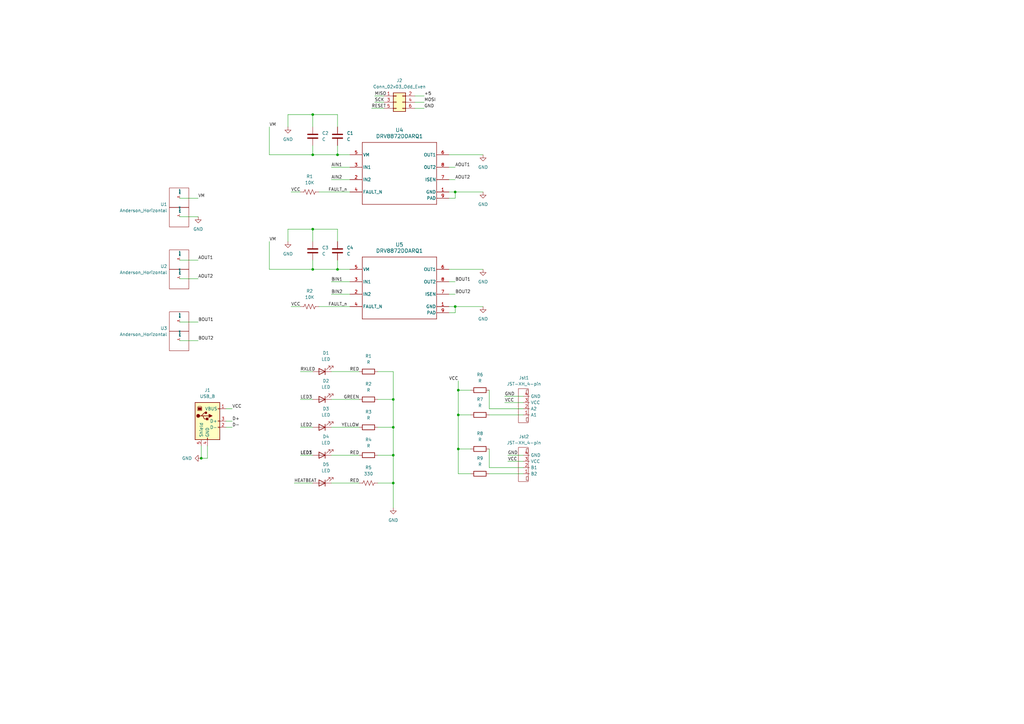
<source format=kicad_sch>
(kicad_sch (version 20230121) (generator eeschema)
  (paper "A3")
  (lib_symbols
    (symbol "Connector:USB_B" (pin_names (offset 1.016))
      (property "Reference" "J" (at -5.08 11.43 0))
      (property "Value" "USB_B" (at -5.08 8.89 0))
      (symbol "USB_B_0_1"
        (rectangle (start -5.08 -7.62) (end 5.08 7.62) (stroke (width 0.254)) (fill (type background)))
        (circle (center -3.81 2.159) (radius 0.635) (stroke (width 0.254)) (fill (type outline)))
        (rectangle (start -3.81 5.588) (end -2.54 4.572) (fill (type outline)))
        (circle (center -0.635 3.429) (radius 0.381) (stroke (width 0.254)) (fill (type outline)))
        (rectangle (start -0.127 -7.62) (end 0.127 -6.858))
        (polyline (pts (xy -1.905 2.159) (xy 0.635 2.159)) (stroke (width 0.254)))
        (polyline (pts (xy -3.175 2.159) (xy -2.54 2.159) (xy -1.27 3.429) (xy -0.635 3.429)) (stroke (width 0.254)))
        (polyline (pts (xy -2.54 2.159) (xy -1.905 2.159) (xy -1.27 0.889) (xy 0 0.889)) (stroke (width 0.254)))
        (polyline (pts (xy 0.635 2.794) (xy 0.635 1.524) (xy 1.905 2.159) (xy 0.635 2.794)) (stroke (width 0.254)) (fill (type outline)))
        (polyline (pts (xy -4.064 4.318) (xy -2.286 4.318) (xy -2.286 5.715) (xy -2.667 6.096) (xy -3.683 6.096) (xy -4.064 5.715) (xy -4.064 4.318)))
        (rectangle (start 0.254 1.27) (end -0.508 0.508) (stroke (width 0.254)) (fill (type outline)))
        (rectangle (start 5.08 -2.667) (end 4.318 -2.413))
        (rectangle (start 5.08 -0.127) (end 4.318 0.127))
        (rectangle (start 5.08 4.953) (end 4.318 5.207))
      )
      (symbol "USB_B_1_1"
        (pin power_out line (at 7.62 5.08 180) (length 2.54) (name "VBUS") (number "1"))
        (pin bidirectional line (at 7.62 -2.54 180) (length 2.54) (name "D-") (number "2"))
        (pin bidirectional line (at 7.62 0 180) (length 2.54) (name "D+") (number "3"))
        (pin power_out line (at 0 -10.16 90) (length 2.54) (name "GND") (number "4"))
        (pin passive line (at -2.54 -10.16 90) (length 2.54) (name "Shield") (number "5"))
      )
    )
    (symbol "Connector_Generic:Conn_02x03_Odd_Even" (pin_names (offset 1.016) hide)
      (property "Reference" "J" (at 1.27 5.08 0))
      (property "Value" "Conn_02x03_Odd_Even" (at 1.27 -5.08 0))
      (symbol "Conn_02x03_Odd_Even_1_1"
        (rectangle (start -1.27 -2.413) (end 0 -2.667) (stroke (width 0.1524)))
        (rectangle (start -1.27 0.127) (end 0 -0.127) (stroke (width 0.1524)))
        (rectangle (start -1.27 2.667) (end 0 2.413) (stroke (width 0.1524)))
        (rectangle (start -1.27 3.81) (end 3.81 -3.81) (stroke (width 0.254)) (fill (type background)))
        (rectangle (start 3.81 -2.413) (end 2.54 -2.667) (stroke (width 0.1524)))
        (rectangle (start 3.81 0.127) (end 2.54 -0.127) (stroke (width 0.1524)))
        (rectangle (start 3.81 2.667) (end 2.54 2.413) (stroke (width 0.1524)))
        (pin passive line (at -5.08 2.54 0) (length 3.81) (name "Pin_1") (number "1"))
        (pin passive line (at 7.62 2.54 180) (length 3.81) (name "Pin_2") (number "2"))
        (pin passive line (at -5.08 0 0) (length 3.81) (name "Pin_3") (number "3"))
        (pin passive line (at 7.62 0 180) (length 3.81) (name "Pin_4") (number "4"))
        (pin passive line (at -5.08 -2.54 0) (length 3.81) (name "Pin_5") (number "5"))
        (pin passive line (at 7.62 -2.54 180) (length 3.81) (name "Pin_6") (number "6"))
      )
    )
    (symbol "Device:C" (pin_numbers hide) (pin_names (offset 0.254))
      (property "Reference" "C" (at 0.635 2.54 0))
      (property "Value" "C" (at 0.635 -2.54 0))
      (symbol "C_0_1"
        (polyline (pts (xy -2.032 -0.762) (xy 2.032 -0.762)) (stroke (width 0.508)))
        (polyline (pts (xy -2.032 0.762) (xy 2.032 0.762)) (stroke (width 0.508)))
      )
      (symbol "C_1_1"
        (pin passive line (at 0 3.81 270) (length 2.794) (name "~") (number "1"))
        (pin passive line (at 0 -3.81 90) (length 2.794) (name "~") (number "2"))
      )
    )
    (symbol "Device:LED" (pin_numbers hide) (pin_names (offset 1.016) hide)
      (property "Reference" "D" (at 0 2.54 0))
      (property "Value" "LED" (at 0 -2.54 0))
      (symbol "LED_0_1"
        (polyline (pts (xy -1.27 -1.27) (xy -1.27 1.27)) (stroke (width 0.254)))
        (polyline (pts (xy -1.27 0) (xy 1.27 0)))
        (polyline (pts (xy 1.27 -1.27) (xy 1.27 1.27) (xy -1.27 0) (xy 1.27 -1.27)) (stroke (width 0.254)))
        (polyline (pts (xy -3.048 -0.762) (xy -4.572 -2.286) (xy -3.81 -2.286) (xy -4.572 -2.286) (xy -4.572 -1.524)))
        (polyline (pts (xy -1.778 -0.762) (xy -3.302 -2.286) (xy -2.54 -2.286) (xy -3.302 -2.286) (xy -3.302 -1.524)))
      )
      (symbol "LED_1_1"
        (pin passive line (at -3.81 0 0) (length 2.54) (name "K") (number "1"))
        (pin passive line (at 3.81 0 180) (length 2.54) (name "A") (number "2"))
      )
    )
    (symbol "Device:R" (pin_numbers hide) (pin_names (offset 0))
      (property "Reference" "R" (at 2.032 0 90))
      (property "Value" "R" (at 0 0 90))
      (symbol "R_0_1"
        (rectangle (start -1.016 -2.54) (end 1.016 2.54) (stroke (width 0.254)))
      )
      (symbol "R_1_1"
        (pin passive line (at 0 3.81 270) (length 1.27) (name "~") (number "1"))
        (pin passive line (at 0 -3.81 90) (length 1.27) (name "~") (number "2"))
      )
    )
    (symbol "Device:R_US" (pin_numbers hide) (pin_names (offset 0))
      (property "Reference" "R" (at 2.54 0 90))
      (property "Value" "R_US" (at -2.54 0 90))
      (symbol "R_US_0_1"
        (polyline (pts (xy 0 -2.286) (xy 0 -2.54)))
        (polyline (pts (xy 0 2.286) (xy 0 2.54)))
        (polyline (pts (xy 0 -0.762) (xy 1.016 -1.143) (xy 0 -1.524) (xy -1.016 -1.905) (xy 0 -2.286)))
        (polyline (pts (xy 0 0.762) (xy 1.016 0.381) (xy 0 0) (xy -1.016 -0.381) (xy 0 -0.762)))
        (polyline (pts (xy 0 2.286) (xy 1.016 1.905) (xy 0 1.524) (xy -1.016 1.143) (xy 0 0.762)))
      )
      (symbol "R_US_1_1"
        (pin passive line (at 0 3.81 270) (length 1.27) (name "~") (number "1"))
        (pin passive line (at 0 -3.81 90) (length 1.27) (name "~") (number "2"))
      )
    )
    (symbol "JST-XH_4-pin_1"
      (property "Reference" "Jst4" (at 11.43 0.27 90))
      (property "Value" "JST-XH_4-pin" (at 8.89 0.27 90))
      (symbol "JST-XH_4-pin_1_0_1"
        (rectangle (start -7 2) (end 7 -2))
        (rectangle (start -6.5 2) (end -4.95 1.2))
        (rectangle (start 4.65 2) (end 6.45 1.25))
      )
      (symbol "JST-XH_4-pin_1_1_1"
        (pin passive line (at -3.81 0 90) (length 2.54) (name "B2") (number "1"))
        (pin passive line (at -1.27 0 90) (length 2.54) (name "B1") (number "2"))
        (pin passive line (at 1.27 0 90) (length 2.54) (name "VCC") (number "3"))
        (pin input line (at 3.81 0 90) (length 2.54) (name "GND") (number "4"))
      )
    )
    (symbol "JST-XH_4-pin_2"
      (property "Reference" "Jst3" (at 11.43 0.27 90))
      (property "Value" "JST-XH_4-pin" (at 8.89 0.27 90))
      (symbol "JST-XH_4-pin_2_0_1"
        (rectangle (start -7 2) (end 7 -2))
        (rectangle (start -6.5 2) (end -4.95 1.2))
        (rectangle (start 4.65 2) (end 6.45 1.25))
      )
      (symbol "JST-XH_4-pin_2_1_1"
        (pin passive line (at -3.81 0 90) (length 2.54) (name "A1") (number "1"))
        (pin passive line (at -1.27 0 90) (length 2.54) (name "A2") (number "2"))
        (pin passive line (at 1.27 0 90) (length 2.54) (name "VCC") (number "3"))
        (pin input line (at 3.81 0 90) (length 2.54) (name "GND") (number "4"))
      )
    )
    (symbol "PiE_Symbols:Anderson_Horizontal"
      (property "Reference" "U" (at 0 4.54 0))
      (property "Value" "Anderson_Horizontal" (at 0 2 0))
      (symbol "Anderson_Horizontal_0_1"
        (rectangle (start 0 0) (end -8 -8))
        (rectangle (start 0 0) (end 8 -8))
      )
      (symbol "Anderson_Horizontal_1_1"
        (pin passive line (at -3.81 -3.81 0) (length 1) (name "ground") (number "1"))
        (pin passive line (at 3.81 -3.81 0) (length 1) (name "power") (number "2"))
      )
    )
    (symbol "PiE_Symbols:DRV8872DDARQ1" (pin_names (offset 0.254))
      (property "Reference" "U" (at 0 2.54 0))
      (property "Value" "DRV8872DDARQ1" (at 0 0 0))
      (symbol "DRV8872DDARQ1_0_1"
        (polyline (pts (xy -15.24 -12.7) (xy 15.24 -12.7)) (stroke (width 0.2032)))
        (polyline (pts (xy -15.24 12.7) (xy -15.24 -12.7)) (stroke (width 0.2032)))
        (polyline (pts (xy 15.24 -12.7) (xy 15.24 12.7)) (stroke (width 0.2032)))
        (polyline (pts (xy 15.24 12.7) (xy -15.24 12.7)) (stroke (width 0.2032)))
        (pin power_in line (at 20.32 -7.62 180) (length 5.08) (name "GND") (number "1"))
        (pin input line (at -20.32 -2.54 0) (length 5.08) (name "IN2") (number "2"))
        (pin input line (at -20.32 2.54 0) (length 5.08) (name "IN1") (number "3"))
        (pin open_collector line (at -20.32 -7.62 0) (length 5.08) (name "FAULT_N") (number "4"))
        (pin power_in line (at -20.32 7.62 0) (length 5.08) (name "VM") (number "5"))
        (pin output line (at 20.32 7.62 180) (length 5.08) (name "OUT1") (number "6"))
        (pin input line (at 20.32 -2.54 180) (length 5.08) (name "ISEN") (number "7"))
        (pin output line (at 20.32 2.54 180) (length 5.08) (name "OUT2") (number "8"))
        (pin power_in line (at 20.32 -10.16 180) (length 5.08) (name "PAD") (number "9"))
      )
    )
    (symbol "power:GND" (power) (pin_names (offset 0))
      (property "Value" "GND" (at 0 -3.81 0))
      (symbol "GND_0_1"
        (polyline (pts (xy 0 0) (xy 0 -1.27) (xy 1.27 -1.27) (xy 0 -2.54) (xy -1.27 -1.27) (xy 0 -1.27)))
      )
      (symbol "GND_1_1"
        (pin power_in line (at 0 0 270) (length 0) hide (name "GND") (number "1"))
      )
    )
  )
  (junction (at 128.27 110.49))
  (junction (at 161.29 175.26))
  (junction (at 128.27 46.99))
  (junction (at 138.43 110.49))
  (junction (at 128.27 63.5))
  (junction (at 161.29 198.12))
  (junction (at 186.69 125.73))
  (junction (at 187.96 160.02))
  (junction (at 186.69 78.74))
  (junction (at 128.27 93.98))
  (junction (at 161.29 163.83))
  (junction (at 161.29 186.69))
  (junction (at 138.43 63.5))
  (junction (at 187.96 184.15))
  (junction (at 82.55 187.96))
  (junction (at 187.96 170.18))
  (wire (pts (xy 208.28 189.23) (xy 214.63 189.23)))
  (wire (pts (xy 119.38 78.74) (xy 123.19 78.74)))
  (wire (pts (xy 207.01 162.56) (xy 214.63 162.56)))
  (wire (pts (xy 118.11 93.98) (xy 118.11 99.06)))
  (wire (pts (xy 208.28 186.69) (xy 214.63 186.69)))
  (wire (pts (xy 186.69 125.73) (xy 198.12 125.73)))
  (wire (pts (xy 170.18 39.37) (xy 173.99 39.37)))
  (wire (pts (xy 161.29 198.12) (xy 161.29 208.28)))
  (wire (pts (xy 184.15 73.66) (xy 186.69 73.66)))
  (wire (pts (xy 184.15 115.57) (xy 186.69 115.57)))
  (wire (pts (xy 128.27 106.68) (xy 128.27 110.49)))
  (wire (pts (xy 118.11 46.99) (xy 128.27 46.99)))
  (wire (pts (xy 128.27 46.99) (xy 128.27 52.07)))
  (wire (pts (xy 170.18 44.45) (xy 173.99 44.45)))
  (wire (pts (xy 200.66 167.64) (xy 200.66 160.02)))
  (wire (pts (xy 187.96 160.02) (xy 193.04 160.02)))
  (wire (pts (xy 138.43 59.69) (xy 138.43 63.5)))
  (wire (pts (xy 161.29 163.83) (xy 161.29 175.26)))
  (wire (pts (xy 128.27 46.99) (xy 138.43 46.99)))
  (wire (pts (xy 184.15 81.28) (xy 186.69 81.28)))
  (wire (pts (xy 186.69 128.27) (xy 186.69 125.73)))
  (wire (pts (xy 73.66 132.08) (xy 81.28 132.08)))
  (wire (pts (xy 154.94 163.83) (xy 161.29 163.83)))
  (wire (pts (xy 184.15 78.74) (xy 186.69 78.74)))
  (wire (pts (xy 73.66 106.68) (xy 81.28 106.68)))
  (wire (pts (xy 187.96 156.21) (xy 187.96 160.02)))
  (wire (pts (xy 184.15 110.49) (xy 198.12 110.49)))
  (wire (pts (xy 214.63 170.18) (xy 200.66 170.18)))
  (wire (pts (xy 128.27 93.98) (xy 138.43 93.98)))
  (wire (pts (xy 186.69 78.74) (xy 198.12 78.74)))
  (wire (pts (xy 135.89 68.58) (xy 143.51 68.58)))
  (wire (pts (xy 193.04 194.31) (xy 187.96 194.31)))
  (wire (pts (xy 154.94 186.69) (xy 161.29 186.69)))
  (wire (pts (xy 130.81 78.74) (xy 143.51 78.74)))
  (wire (pts (xy 135.89 163.83) (xy 147.32 163.83)))
  (wire (pts (xy 135.89 120.65) (xy 143.51 120.65)))
  (wire (pts (xy 184.15 120.65) (xy 186.69 120.65)))
  (wire (pts (xy 138.43 99.06) (xy 138.43 93.98)))
  (wire (pts (xy 135.89 115.57) (xy 143.51 115.57)))
  (wire (pts (xy 135.89 186.69) (xy 147.32 186.69)))
  (wire (pts (xy 128.27 110.49) (xy 110.49 110.49)))
  (wire (pts (xy 128.27 63.5) (xy 110.49 63.5)))
  (wire (pts (xy 187.96 170.18) (xy 187.96 184.15)))
  (wire (pts (xy 110.49 99.06) (xy 110.49 110.49)))
  (wire (pts (xy 214.63 191.77) (xy 200.66 191.77)))
  (wire (pts (xy 123.19 152.4) (xy 128.27 152.4)))
  (wire (pts (xy 92.71 175.26) (xy 95.25 175.26)))
  (wire (pts (xy 118.11 93.98) (xy 128.27 93.98)))
  (wire (pts (xy 123.19 175.26) (xy 128.27 175.26)))
  (wire (pts (xy 92.71 172.72) (xy 95.25 172.72)))
  (wire (pts (xy 187.96 184.15) (xy 187.96 194.31)))
  (wire (pts (xy 186.69 81.28) (xy 186.69 78.74)))
  (wire (pts (xy 187.96 160.02) (xy 187.96 170.18)))
  (wire (pts (xy 135.89 73.66) (xy 143.51 73.66)))
  (wire (pts (xy 154.94 152.4) (xy 161.29 152.4)))
  (wire (pts (xy 161.29 152.4) (xy 161.29 163.83)))
  (wire (pts (xy 187.96 184.15) (xy 193.04 184.15)))
  (wire (pts (xy 118.11 46.99) (xy 118.11 52.07)))
  (wire (pts (xy 92.71 167.64) (xy 95.25 167.64)))
  (wire (pts (xy 187.96 170.18) (xy 193.04 170.18)))
  (wire (pts (xy 135.89 198.12) (xy 147.32 198.12)))
  (wire (pts (xy 128.27 63.5) (xy 138.43 63.5)))
  (wire (pts (xy 184.15 128.27) (xy 186.69 128.27)))
  (wire (pts (xy 85.09 187.96) (xy 85.09 182.88)))
  (wire (pts (xy 161.29 175.26) (xy 161.29 186.69)))
  (wire (pts (xy 135.89 175.26) (xy 147.32 175.26)))
  (wire (pts (xy 128.27 93.98) (xy 128.27 99.06)))
  (wire (pts (xy 154.94 198.12) (xy 161.29 198.12)))
  (wire (pts (xy 120.65 198.12) (xy 128.27 198.12)))
  (wire (pts (xy 138.43 106.68) (xy 138.43 110.49)))
  (wire (pts (xy 135.89 152.4) (xy 147.32 152.4)))
  (wire (pts (xy 73.66 88.9) (xy 81.28 88.9)))
  (wire (pts (xy 214.63 194.31) (xy 200.66 194.31)))
  (wire (pts (xy 153.67 41.91) (xy 157.48 41.91)))
  (wire (pts (xy 130.81 125.73) (xy 143.51 125.73)))
  (wire (pts (xy 207.01 165.1) (xy 214.63 165.1)))
  (wire (pts (xy 128.27 59.69) (xy 128.27 63.5)))
  (wire (pts (xy 154.94 175.26) (xy 161.29 175.26)))
  (wire (pts (xy 110.49 52.07) (xy 110.49 63.5)))
  (wire (pts (xy 143.51 63.5) (xy 138.43 63.5)))
  (wire (pts (xy 161.29 186.69) (xy 161.29 198.12)))
  (wire (pts (xy 170.18 41.91) (xy 173.99 41.91)))
  (wire (pts (xy 214.63 167.64) (xy 200.66 167.64)))
  (wire (pts (xy 200.66 191.77) (xy 200.66 184.15)))
  (wire (pts (xy 184.15 63.5) (xy 198.12 63.5)))
  (wire (pts (xy 138.43 52.07) (xy 138.43 46.99)))
  (wire (pts (xy 123.19 163.83) (xy 128.27 163.83)))
  (wire (pts (xy 82.55 187.96) (xy 85.09 187.96)))
  (wire (pts (xy 123.19 186.69) (xy 128.27 186.69)))
  (wire (pts (xy 128.27 110.49) (xy 138.43 110.49)))
  (wire (pts (xy 143.51 110.49) (xy 138.43 110.49)))
  (wire (pts (xy 73.66 81.28) (xy 81.28 81.28)))
  (wire (pts (xy 119.38 125.73) (xy 123.19 125.73)))
  (wire (pts (xy 82.55 182.88) (xy 82.55 187.96)))
  (wire (pts (xy 152.4 44.45) (xy 157.48 44.45)))
  (wire (pts (xy 73.66 139.7) (xy 81.28 139.7)))
  (wire (pts (xy 184.15 68.58) (xy 186.69 68.58)))
  (wire (pts (xy 184.15 125.73) (xy 186.69 125.73)))
  (wire (pts (xy 73.66 114.3) (xy 81.28 114.3)))
  (wire (pts (xy 153.67 39.37) (xy 157.48 39.37)))
  (label "MOSI" (at 173.99 41.91 0))
  (label "VCC" (at 187.96 156.21 180))
  (label "SCK" (at 153.67 41.91 0))
  (label "AOUT2" (at 186.69 73.66 0))
  (label "LED3" (at 123.19 163.83 0))
  (label "LED1" (at 123.19 186.69 0))
  (label "BOUT2" (at 186.69 120.65 0))
  (label "VM" (at 81.28 81.28 0))
  (label "GND" (at 173.99 44.45 0))
  (label "VCC" (at 208.28 189.23 0))
  (label "FAULT_n" (at 134.62 78.74 0))
  (label "VCC" (at 119.38 78.74 0))
  (label "GND" (at 207.01 162.56 0))
  (label "AOUT2" (at 81.28 114.3 0))
  (label "D+" (at 95.25 172.72 0))
  (label "VCC" (at 119.38 125.73 0))
  (label "BIN2" (at 135.89 120.65 0))
  (label "AOUT1" (at 81.28 106.68 0))
  (label "VCC" (at 95.25 167.64 0))
  (label "FAULT_n" (at 134.62 125.73 0))
  (label "AOUT1" (at 186.69 68.58 0))
  (label "HEATBEAT" (at 120.65 198.12 0))
  (label "AIN1" (at 135.89 68.58 0))
  (label "VM" (at 110.49 99.06 0))
  (label "RED" (at 147.32 186.69 180))
  (label "VM" (at 110.49 52.07 0))
  (label "BOUT1" (at 186.69 115.57 0))
  (label "VCC" (at 207.01 165.1 0))
  (label "MISO" (at 153.67 39.37 0))
  (label "RED" (at 147.32 198.12 180))
  (label "RXLED" (at 123.19 152.4 0))
  (label "D-" (at 95.25 175.26 0))
  (label "BIN1" (at 135.89 115.57 0))
  (label "YELLOW" (at 147.32 175.26 180))
  (label "BOUT2" (at 81.28 139.7 0))
  (label "+5" (at 173.99 39.37 0))
  (label "AIN2" (at 135.89 73.66 0))
  (label "LED3" (at 123.19 186.69 0))
  (label "GREEN" (at 147.32 163.83 180))
  (label "BOUT1" (at 81.28 132.08 0))
  (label "RED" (at 147.32 152.4 180))
  (label "GND" (at 208.28 186.69 0))
  (label "RESET" (at 152.4 44.45 0))
  (label "LED2" (at 123.19 175.26 0))
  (symbol (lib_id "PiE_Symbols:Anderson_Horizontal") (at 77.47 110.49 270) (mirror x) (unit 1)
    (property "Reference" "U2" (at 68.58 109.22 90) (effects (justify right)))
    (property "Value" "Anderson_Horizontal" (at 68.58 111.76 90) (effects (justify right)))
  )
  (symbol (lib_id "Device:R_US") (at 127 125.73 90) (unit 1)
    (property "Reference" "R2" (at 127 119.38 90))
    (property "Value" "10K" (at 127 121.92 90))
    (property "Footprint" "Resistor_SMD:R_0612_1632Metric" (effects hide))
  )
  (symbol (lib_id "Device:R") (at 196.85 170.18 90) (unit 1)
    (property "Reference" "R7" (at 196.85 163.83 90))
    (property "Value" "R" (at 196.85 166.37 90))
  )
  (symbol (lib_id "PiE_Symbols:DRV8872DDARQ1") (at 163.83 71.12 0) (unit 1)
    (property "Reference" "U4" (at 163.83 53.34 0) (effects (font (size 1.524 1.524))))
    (property "Value" "DRV8872DDARQ1" (at 163.83 55.88 0) (effects (font (size 1.524 1.524))))
    (property "Footprint" "DDA0008E_N" (effects hide))
    (property "Datasheet" "DRV8872DDARQ1" (effects hide))
  )
  (symbol (lib_id "Device:C") (at 138.43 102.87 0) (unit 1)
    (property "Reference" "C4" (at 142.24 101.6 0) (effects (justify left)))
    (property "Value" "C" (at 142.24 104.14 0) (effects (justify left)))
  )
  (symbol (lib_id "Device:LED") (at 132.08 175.26 180) (unit 1)
    (property "Reference" "D3" (at 133.6675 167.64 0))
    (property "Value" "LED" (at 133.6675 170.18 0))
  )
  (symbol (lib_id "Device:C") (at 138.43 55.88 0) (unit 1)
    (property "Reference" "C1" (at 142.24 54.61 0) (effects (justify left)))
    (property "Value" "C" (at 142.24 57.15 0) (effects (justify left)))
  )
  (symbol (lib_id "PiE_Symbols:Anderson_Horizontal") (at 77.47 85.09 270) (mirror x) (unit 1)
    (property "Reference" "U1" (at 68.58 83.82 90) (effects (justify right)))
    (property "Value" "Anderson_Horizontal" (at 68.58 86.36 90) (effects (justify right)))
  )
  (symbol (lib_id "Device:R") (at 151.13 163.83 90) (unit 1)
    (property "Reference" "R2" (at 151.13 157.48 90))
    (property "Value" "R" (at 151.13 160.02 90))
  )
  (symbol (lib_id "Device:R") (at 196.85 160.02 90) (unit 1)
    (property "Reference" "R6" (at 196.85 153.67 90))
    (property "Value" "R" (at 196.85 156.21 90))
  )
  (symbol (lib_id "power:GND") (at 198.12 78.74 0) (unit 1)
    (property "Reference" "#PWR06" (effects hide))
    (property "Value" "GND" (at 198.12 83.82 0))
  )
  (symbol (lib_id "power:GND") (at 161.29 208.28 0) (unit 1)
    (property "Reference" "#PWR02" (effects hide))
    (property "Value" "GND" (at 161.29 213.36 0))
  )
  (symbol (lib_id "power:GND") (at 118.11 52.07 0) (unit 1)
    (property "Reference" "#PWR03" (effects hide))
    (property "Value" "GND" (at 118.11 57.15 0))
  )
  (symbol (lib_id "Connector_Generic:Conn_02x03_Odd_Even") (at 162.56 41.91 0) (unit 1)
    (property "Reference" "J2" (at 163.83 33.02 0))
    (property "Value" "Conn_02x03_Odd_Even" (at 163.83 35.56 0))
  )
  (symbol (lib_name "JST-XH_4-pin_1") (lib_id "PiE_Symbols:JST-XH_4-pin") (at 214.63 190.5 270) (mirror x) (unit 1)
    (property "Reference" "Jst2" (at 214.9 179.07 90))
    (property "Value" "JST-XH_4-pin" (at 214.9 181.61 90))
  )
  (symbol (lib_id "power:GND") (at 118.11 99.06 0) (unit 1)
    (property "Reference" "#PWR04" (effects hide))
    (property "Value" "GND" (at 118.11 104.14 0))
  )
  (symbol (lib_id "Device:LED") (at 132.08 198.12 180) (unit 1)
    (property "Reference" "D5" (at 133.6675 190.5 0))
    (property "Value" "LED" (at 133.6675 193.04 0))
  )
  (symbol (lib_id "Device:LED") (at 132.08 186.69 180) (unit 1)
    (property "Reference" "D4" (at 133.6675 179.07 0))
    (property "Value" "LED" (at 133.6675 181.61 0))
  )
  (symbol (lib_id "Device:R") (at 151.13 175.26 90) (unit 1)
    (property "Reference" "R3" (at 151.13 168.91 90))
    (property "Value" "R" (at 151.13 171.45 90))
  )
  (symbol (lib_name "JST-XH_4-pin_2") (lib_id "PiE_Symbols:JST-XH_4-pin") (at 214.63 166.37 270) (mirror x) (unit 1)
    (property "Reference" "Jst1" (at 214.9 154.94 90))
    (property "Value" "JST-XH_4-pin" (at 214.9 157.48 90))
  )
  (symbol (lib_id "Device:R") (at 151.13 186.69 90) (unit 1)
    (property "Reference" "R4" (at 151.13 180.34 90))
    (property "Value" "R" (at 151.13 182.88 90))
  )
  (symbol (lib_id "Device:C") (at 128.27 102.87 0) (unit 1)
    (property "Reference" "C3" (at 132.08 101.6 0) (effects (justify left)))
    (property "Value" "C" (at 132.08 104.14 0) (effects (justify left)))
  )
  (symbol (lib_id "Device:R") (at 196.85 184.15 90) (unit 1)
    (property "Reference" "R8" (at 196.85 177.8 90))
    (property "Value" "R" (at 196.85 180.34 90))
  )
  (symbol (lib_id "power:GND") (at 198.12 63.5 0) (unit 1)
    (property "Reference" "#PWR05" (effects hide))
    (property "Value" "GND" (at 198.12 68.58 0))
  )
  (symbol (lib_id "Connector:USB_B") (at 85.09 172.72 0) (unit 1)
    (property "Reference" "J1" (at 85.09 160.02 0))
    (property "Value" "USB_B" (at 85.09 162.56 0))
    (property "Datasheet" " ~" (effects hide))
  )
  (symbol (lib_id "Device:C") (at 128.27 55.88 0) (unit 1)
    (property "Reference" "C2" (at 132.08 54.61 0) (effects (justify left)))
    (property "Value" "C" (at 132.08 57.15 0) (effects (justify left)))
  )
  (symbol (lib_id "Device:LED") (at 132.08 152.4 180) (unit 1)
    (property "Reference" "D1" (at 133.6675 144.78 0))
    (property "Value" "LED" (at 133.6675 147.32 0))
  )
  (symbol (lib_id "power:GND") (at 82.55 187.96 270) (unit 1)
    (property "Reference" "#PWR01" (effects hide))
    (property "Value" "GND" (at 78.74 187.96 90) (effects (justify right)))
  )
  (symbol (lib_id "PiE_Symbols:Anderson_Horizontal") (at 77.47 135.89 270) (mirror x) (unit 1)
    (property "Reference" "U3" (at 68.58 134.62 90) (effects (justify right)))
    (property "Value" "Anderson_Horizontal" (at 68.58 137.16 90) (effects (justify right)))
  )
  (symbol (lib_id "power:GND") (at 81.28 88.9 0) (unit 1)
    (property "Reference" "#PWR09" (effects hide))
    (property "Value" "GND" (at 81.28 93.98 0))
  )
  (symbol (lib_id "PiE_Symbols:DRV8872DDARQ1") (at 163.83 118.11 0) (unit 1)
    (property "Reference" "U5" (at 163.83 100.33 0) (effects (font (size 1.524 1.524))))
    (property "Value" "DRV8872DDARQ1" (at 163.83 102.87 0) (effects (font (size 1.524 1.524))))
    (property "Footprint" "DDA0008E_N" (effects hide))
    (property "Datasheet" "DRV8872DDARQ1" (effects hide))
  )
  (symbol (lib_id "Device:R_US") (at 151.13 198.12 90) (unit 1)
    (property "Reference" "R5" (at 151.13 191.77 90))
    (property "Value" "330" (at 151.13 194.31 90))
    (property "Footprint" "Resistor_SMD:R_0612_1632Metric" (effects hide))
  )
  (symbol (lib_id "Device:LED") (at 132.08 163.83 180) (unit 1)
    (property "Reference" "D2" (at 133.6675 156.21 0))
    (property "Value" "LED" (at 133.6675 158.75 0))
  )
  (symbol (lib_id "power:GND") (at 198.12 110.49 0) (unit 1)
    (property "Reference" "#PWR07" (effects hide))
    (property "Value" "GND" (at 198.12 115.57 0))
  )
  (symbol (lib_id "power:GND") (at 198.12 125.73 0) (unit 1)
    (property "Reference" "#PWR08" (effects hide))
    (property "Value" "GND" (at 198.12 130.81 0))
  )
  (symbol (lib_id "Device:R_US") (at 127 78.74 90) (unit 1)
    (property "Reference" "R1" (at 127 72.39 90))
    (property "Value" "10K" (at 127 74.93 90))
    (property "Footprint" "Resistor_SMD:R_0612_1632Metric" (effects hide))
  )
  (symbol (lib_id "Device:R") (at 151.13 152.4 90) (unit 1)
    (property "Reference" "R1" (at 151.13 146.05 90))
    (property "Value" "R" (at 151.13 148.59 90))
  )
  (symbol (lib_id "Device:R") (at 196.85 194.31 90) (unit 1)
    (property "Reference" "R9" (at 196.85 187.96 90))
    (property "Value" "R" (at 196.85 190.5 90))
  )
)
</source>
